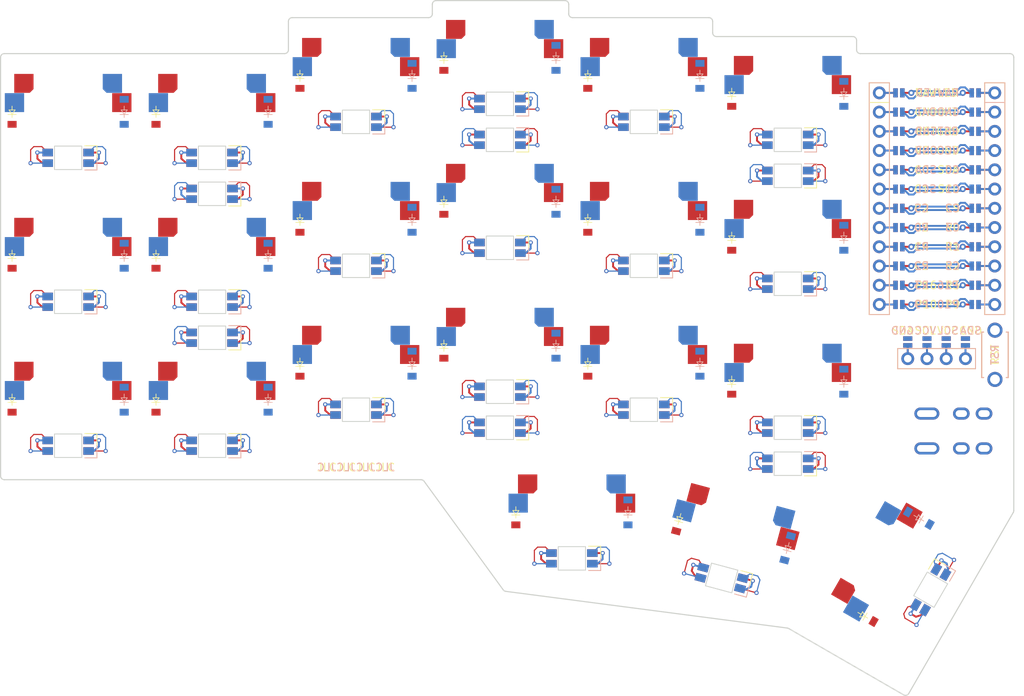
<source format=kicad_pcb>


(kicad_pcb
  (version 20240108)
  (generator "ergogen")
  (generator_version "4.1.0")
  (general
    (thickness 1.6)
    (legacy_teardrops no)
  )
  (paper "A3")
  (title_block
    (title "corney_island")
    (date "2024-11-14")
    (rev "0.2")
    (company "ceoloide")
  )

  (layers
    (0 "F.Cu" signal)
    (31 "B.Cu" signal)
    (32 "B.Adhes" user "B.Adhesive")
    (33 "F.Adhes" user "F.Adhesive")
    (34 "B.Paste" user)
    (35 "F.Paste" user)
    (36 "B.SilkS" user "B.Silkscreen")
    (37 "F.SilkS" user "F.Silkscreen")
    (38 "B.Mask" user)
    (39 "F.Mask" user)
    (40 "Dwgs.User" user "User.Drawings")
    (41 "Cmts.User" user "User.Comments")
    (42 "Eco1.User" user "User.Eco1")
    (43 "Eco2.User" user "User.Eco2")
    (44 "Edge.Cuts" user)
    (45 "Margin" user)
    (46 "B.CrtYd" user "B.Courtyard")
    (47 "F.CrtYd" user "F.Courtyard")
    (48 "B.Fab" user)
    (49 "F.Fab" user)
  )

  (setup
    (pad_to_mask_clearance 0.05)
    (allow_soldermask_bridges_in_footprints no)
    (pcbplotparams
      (layerselection 0x00010fc_ffffffff)
      (plot_on_all_layers_selection 0x0000000_00000000)
      (disableapertmacros no)
      (usegerberextensions no)
      (usegerberattributes yes)
      (usegerberadvancedattributes yes)
      (creategerberjobfile yes)
      (dashed_line_dash_ratio 12.000000)
      (dashed_line_gap_ratio 3.000000)
      (svgprecision 4)
      (plotframeref no)
      (viasonmask no)
      (mode 1)
      (useauxorigin no)
      (hpglpennumber 1)
      (hpglpenspeed 20)
      (hpglpendiameter 15.000000)
      (pdf_front_fp_property_popups yes)
      (pdf_back_fp_property_popups yes)
      (dxfpolygonmode yes)
      (dxfimperialunits yes)
      (dxfusepcbnewfont yes)
      (psnegative no)
      (psa4output no)
      (plotreference yes)
      (plotvalue yes)
      (plotfptext yes)
      (plotinvisibletext no)
      (sketchpadsonfab no)
      (subtractmaskfromsilk no)
      (outputformat 1)
      (mirror no)
      (drillshape 1)
      (scaleselection 1)
      (outputdirectory "")
    )
  )

  (net 0 "")
(net 1 "C0")
(net 2 "outer_bottom_B")
(net 3 "outer_home_B")
(net 4 "outer_top_B")
(net 5 "C1")
(net 6 "pinky_bottom_B")
(net 7 "pinky_home_B")
(net 8 "pinky_top_B")
(net 9 "C2")
(net 10 "ring_bottom_B")
(net 11 "ring_home_B")
(net 12 "ring_top_B")
(net 13 "C3")
(net 14 "middle_bottom_B")
(net 15 "middle_home_B")
(net 16 "middle_top_B")
(net 17 "C4")
(net 18 "index_bottom_B")
(net 19 "index_home_B")
(net 20 "index_top_B")
(net 21 "C5")
(net 22 "inner_bottom_B")
(net 23 "inner_home_B")
(net 24 "inner_top_B")
(net 25 "near_home_B")
(net 26 "mid_home_B")
(net 27 "far_home_B")
(net 28 "R2")
(net 29 "R1")
(net 30 "R0")
(net 31 "R3")
(net 32 "outer_bottom_F")
(net 33 "outer_home_F")
(net 34 "outer_top_F")
(net 35 "pinky_bottom_F")
(net 36 "pinky_home_F")
(net 37 "pinky_top_F")
(net 38 "ring_bottom_F")
(net 39 "ring_home_F")
(net 40 "ring_top_F")
(net 41 "middle_bottom_F")
(net 42 "middle_home_F")
(net 43 "middle_top_F")
(net 44 "index_bottom_F")
(net 45 "index_home_F")
(net 46 "index_top_F")
(net 47 "inner_bottom_F")
(net 48 "inner_home_F")
(net 49 "inner_top_F")
(net 50 "near_home_F")
(net 51 "mid_home_F")
(net 52 "far_home_F")
(net 53 "RAW")
(net 54 "GND")
(net 55 "RST")
(net 56 "VCC")
(net 57 "P16")
(net 58 "P10")
(net 59 "LED")
(net 60 "DAT")
(net 61 "SDA")
(net 62 "SCL")
(net 63 "CS")
(net 64 "P9")
(net 65 "P101")
(net 66 "P102")
(net 67 "P107")
(net 68 "MCU1_24")
(net 69 "MCU1_1")
(net 70 "MCU1_23")
(net 71 "MCU1_2")
(net 72 "MCU1_22")
(net 73 "MCU1_3")
(net 74 "MCU1_21")
(net 75 "MCU1_4")
(net 76 "MCU1_20")
(net 77 "MCU1_5")
(net 78 "MCU1_19")
(net 79 "MCU1_6")
(net 80 "MCU1_18")
(net 81 "MCU1_7")
(net 82 "MCU1_17")
(net 83 "MCU1_8")
(net 84 "MCU1_16")
(net 85 "MCU1_9")
(net 86 "MCU1_15")
(net 87 "MCU1_10")
(net 88 "MCU1_14")
(net 89 "MCU1_11")
(net 90 "MCU1_13")
(net 91 "MCU1_12")
(net 92 "DISP1_1")
(net 93 "DISP1_2")
(net 94 "DISP1_3")
(net 95 "DISP1_4")
(net 96 "LED_21")
(net 97 "LED_20")
(net 98 "LED_19")
(net 99 "LED_18")
(net 100 "LED_16")
(net 101 "LED_15")
(net 102 "LED_17")
(net 103 "LED_14")
(net 104 "LED_13")
(net 105 "LED_12")
(net 106 "LED_10")
(net 107 "LED_9")
(net 108 "LED_11")
(net 109 "LED_7")
(net 110 "LED_6")
(net 111 "LED_5")
(net 112 "LED_4")
(net 113 "LED_2")
(net 114 "LED_1")
(net 115 "LED_3")
(net 116 "LED_8")
(net 117 "ULED_6")
(net 118 "ULED_1")
(net 119 "ULED_2")
(net 120 "ULED_3")
(net 121 "ULED_4")
(net 122 "ULED_5")

  
  (footprint "ceoloide:mounting_hole_npth" (layer "F.Cu") (at 207.762 100.476 0))
  

  (footprint "ceoloide:mounting_hole_npth" (layer "F.Cu") (at 222.194 108.995 0))
  

  (footprint "ceoloide:mounting_hole_npth" (layer "F.Cu") (at 109.5 71.5 0))
  

  (footprint "ceoloide:mounting_hole_npth" (layer "F.Cu") (at 109.5 90.5 0))
  

  (footprint "ceoloide:mounting_hole_npth" (layer "F.Cu") (at 185.468 67.986 0))
  

  (footprint "ceoloide:mounting_hole_npth" (layer "F.Cu") (at 152.657 107.74 0))
  

  (footprint "ceoloide:mounting_hole_npth" (layer "F.Cu") (at 199.2410516 115.3236576 60))
  

  (footprint "ceoloide:switch_mx" (layer "B.Cu") (at 100 100 0))
    

  (footprint "ceoloide:switch_mx" (layer "B.Cu") (at 100 81 0))
    

  (footprint "ceoloide:switch_mx" (layer "B.Cu") (at 100 62 0))
    

  (footprint "ceoloide:switch_mx" (layer "B.Cu") (at 119 100 0))
    

  (footprint "ceoloide:switch_mx" (layer "B.Cu") (at 119 81 0))
    

  (footprint "ceoloide:switch_mx" (layer "B.Cu") (at 119 62 0))
    

  (footprint "ceoloide:switch_mx" (layer "B.Cu") (at 138 95.25 0))
    

  (footprint "ceoloide:switch_mx" (layer "B.Cu") (at 138 76.25 0))
    

  (footprint "ceoloide:switch_mx" (layer "B.Cu") (at 138 57.25 0))
    

  (footprint "ceoloide:switch_mx" (layer "B.Cu") (at 157 92.875 0))
    

  (footprint "ceoloide:switch_mx" (layer "B.Cu") (at 157 73.875 0))
    

  (footprint "ceoloide:switch_mx" (layer "B.Cu") (at 157 54.875 0))
    

  (footprint "ceoloide:switch_mx" (layer "B.Cu") (at 176 95.25 0))
    

  (footprint "ceoloide:switch_mx" (layer "B.Cu") (at 176 76.25 0))
    

  (footprint "ceoloide:switch_mx" (layer "B.Cu") (at 176 57.25 0))
    

  (footprint "ceoloide:switch_mx" (layer "B.Cu") (at 195 97.625 0))
    

  (footprint "ceoloide:switch_mx" (layer "B.Cu") (at 195 78.625 0))
    

  (footprint "ceoloide:switch_mx" (layer "B.Cu") (at 195 59.625 0))
    

  (footprint "ceoloide:switch_mx" (layer "B.Cu") (at 166.5 114.875 0))
    

  (footprint "ceoloide:switch_mx" (layer "B.Cu") (at 187.5 117.625 -15))
    

  (footprint "ceoloide:switch_mx" (layer "B.Cu") (at 209.7468058 121.3891576 60))
    

    (footprint "ceoloide:diode_tht_sod123" (layer "B.Cu") (at 107.4 98.675 90))
        

    (footprint "ceoloide:diode_tht_sod123" (layer "B.Cu") (at 107.4 79.675 90))
        

    (footprint "ceoloide:diode_tht_sod123" (layer "B.Cu") (at 107.4 60.675 90))
        

    (footprint "ceoloide:diode_tht_sod123" (layer "B.Cu") (at 126.4 98.675 90))
        

    (footprint "ceoloide:diode_tht_sod123" (layer "B.Cu") (at 126.4 79.675 90))
        

    (footprint "ceoloide:diode_tht_sod123" (layer "B.Cu") (at 126.4 60.675 90))
        

    (footprint "ceoloide:diode_tht_sod123" (layer "B.Cu") (at 145.4 93.925 90))
        

    (footprint "ceoloide:diode_tht_sod123" (layer "B.Cu") (at 145.4 74.925 90))
        

    (footprint "ceoloide:diode_tht_sod123" (layer "B.Cu") (at 145.4 55.925 90))
        

    (footprint "ceoloide:diode_tht_sod123" (layer "B.Cu") (at 164.4 91.55 90))
        

    (footprint "ceoloide:diode_tht_sod123" (layer "B.Cu") (at 164.4 72.55 90))
        

    (footprint "ceoloide:diode_tht_sod123" (layer "B.Cu") (at 164.4 53.55 90))
        

    (footprint "ceoloide:diode_tht_sod123" (layer "B.Cu") (at 183.4 93.925 90))
        

    (footprint "ceoloide:diode_tht_sod123" (layer "B.Cu") (at 183.4 74.925 90))
        

    (footprint "ceoloide:diode_tht_sod123" (layer "B.Cu") (at 183.4 55.925 90))
        

    (footprint "ceoloide:diode_tht_sod123" (layer "B.Cu") (at 202.4 96.3 90))
        

    (footprint "ceoloide:diode_tht_sod123" (layer "B.Cu") (at 202.4 77.3 90))
        

    (footprint "ceoloide:diode_tht_sod123" (layer "B.Cu") (at 202.4 58.3 90))
        

    (footprint "ceoloide:diode_tht_sod123" (layer "B.Cu") (at 173.9 113.55 90))
        

    (footprint "ceoloide:diode_tht_sod123" (layer "B.Cu") (at 194.9907863 118.2604092 75))
        

    (footprint "ceoloide:diode_tht_sod123" (layer "B.Cu") (at 212.2993221 114.3180696 150))
        

  (footprint "ceoloide:switch_mx" (layer "F.Cu") (at 100 100 0))
    

  (footprint "ceoloide:switch_mx" (layer "F.Cu") (at 100 81 0))
    

  (footprint "ceoloide:switch_mx" (layer "F.Cu") (at 100 62 0))
    

  (footprint "ceoloide:switch_mx" (layer "F.Cu") (at 119 100 0))
    

  (footprint "ceoloide:switch_mx" (layer "F.Cu") (at 119 81 0))
    

  (footprint "ceoloide:switch_mx" (layer "F.Cu") (at 119 62 0))
    

  (footprint "ceoloide:switch_mx" (layer "F.Cu") (at 138 95.25 0))
    

  (footprint "ceoloide:switch_mx" (layer "F.Cu") (at 138 76.25 0))
    

  (footprint "ceoloide:switch_mx" (layer "F.Cu") (at 138 57.25 0))
    

  (footprint "ceoloide:switch_mx" (layer "F.Cu") (at 157 92.875 0))
    

  (footprint "ceoloide:switch_mx" (layer "F.Cu") (at 157 73.875 0))
    

  (footprint "ceoloide:switch_mx" (layer "F.Cu") (at 157 54.875 0))
    

  (footprint "ceoloide:switch_mx" (layer "F.Cu") (at 176 95.25 0))
    

  (footprint "ceoloide:switch_mx" (layer "F.Cu") (at 176 76.25 0))
    

  (footprint "ceoloide:switch_mx" (layer "F.Cu") (at 176 57.25 0))
    

  (footprint "ceoloide:switch_mx" (layer "F.Cu") (at 195 97.625 0))
    

  (footprint "ceoloide:switch_mx" (layer "F.Cu") (at 195 78.625 0))
    

  (footprint "ceoloide:switch_mx" (layer "F.Cu") (at 195 59.625 0))
    

  (footprint "ceoloide:switch_mx" (layer "F.Cu") (at 166.5 114.875 0))
    

  (footprint "ceoloide:switch_mx" (layer "F.Cu") (at 187.5 117.625 -15))
    

  (footprint "ceoloide:switch_mx" (layer "F.Cu") (at 209.7468058 121.3891576 60))
    

    (footprint "ceoloide:diode_tht_sod123" (layer "F.Cu") (at 92.6 98.675 90))
        

    (footprint "ceoloide:diode_tht_sod123" (layer "F.Cu") (at 92.6 79.675 90))
        

    (footprint "ceoloide:diode_tht_sod123" (layer "F.Cu") (at 92.6 60.675 90))
        

    (footprint "ceoloide:diode_tht_sod123" (layer "F.Cu") (at 111.6 98.675 90))
        

    (footprint "ceoloide:diode_tht_sod123" (layer "F.Cu") (at 111.6 79.675 90))
        

    (footprint "ceoloide:diode_tht_sod123" (layer "F.Cu") (at 111.6 60.675 90))
        

    (footprint "ceoloide:diode_tht_sod123" (layer "F.Cu") (at 130.6 93.925 90))
        

    (footprint "ceoloide:diode_tht_sod123" (layer "F.Cu") (at 130.6 74.925 90))
        

    (footprint "ceoloide:diode_tht_sod123" (layer "F.Cu") (at 130.6 55.925 90))
        

    (footprint "ceoloide:diode_tht_sod123" (layer "F.Cu") (at 149.6 91.55 90))
        

    (footprint "ceoloide:diode_tht_sod123" (layer "F.Cu") (at 149.6 72.55 90))
        

    (footprint "ceoloide:diode_tht_sod123" (layer "F.Cu") (at 149.6 53.55 90))
        

    (footprint "ceoloide:diode_tht_sod123" (layer "F.Cu") (at 168.6 93.925 90))
        

    (footprint "ceoloide:diode_tht_sod123" (layer "F.Cu") (at 168.6 74.925 90))
        

    (footprint "ceoloide:diode_tht_sod123" (layer "F.Cu") (at 168.6 55.925 90))
        

    (footprint "ceoloide:diode_tht_sod123" (layer "F.Cu") (at 187.6 96.3 90))
        

    (footprint "ceoloide:diode_tht_sod123" (layer "F.Cu") (at 187.6 77.3 90))
        

    (footprint "ceoloide:diode_tht_sod123" (layer "F.Cu") (at 187.6 58.3 90))
        

    (footprint "ceoloide:diode_tht_sod123" (layer "F.Cu") (at 159.1 113.55 90))
        

    (footprint "ceoloide:diode_tht_sod123" (layer "F.Cu") (at 180.6950841 114.4298873 75))
        

    (footprint "ceoloide:diode_tht_sod123" (layer "F.Cu") (at 204.8993221 127.1352456 150))
        

    
    
  (footprint "ceoloide:mcu_nice_nano" (layer "F.Cu") (at 214.704 70.87 0))

  
  
  (segment (start 219.28400000000002 58.17) (end 218.104 58.17) (width 0.25) (layer "F.Cu"))
  (segment (start 210.124 58.17) (end 211.304 58.17) (width 0.25) (layer "F.Cu"))

  (segment (start 207.084 58.17) (end 209.204 58.17) (width 0.25) (layer "F.Cu"))
  (segment (start 207.084 58.17) (end 209.204 58.17) (width 0.25) (layer "B.Cu"))
  (segment (start 220.204 58.17) (end 222.324 58.17) (width 0.25) (layer "F.Cu"))
  (segment (start 222.324 58.17) (end 220.204 58.17) (width 0.25) (layer "B.Cu"))

  (segment (start 212.09930500000002 58.400000000000006) (end 217.874 58.400000000000006) (width 0.25) (layer "B.Cu"))
  (segment (start 209.929 58.17) (end 210.278695 58.17) (width 0.25) (layer "B.Cu"))
  (segment (start 211.003695 58.895) (end 211.604305 58.895) (width 0.25) (layer "B.Cu"))
  (segment (start 210.278695 58.17) (end 211.003695 58.895) (width 0.25) (layer "B.Cu"))
  (segment (start 211.604305 58.895) (end 212.09930500000002 58.400000000000006) (width 0.25) (layer "B.Cu"))

  (segment (start 219.479 58.17) (end 219.12930500000002 58.17) (width 0.25) (layer "B.Cu"))
  (segment (start 217.298695 57.95) (end 211.524 57.95) (width 0.25) (layer "B.Cu"))
  (segment (start 219.12930500000002 58.17) (end 218.40430500000002 57.44500000000001) (width 0.25) (layer "B.Cu"))
  (segment (start 218.40430500000002 57.44500000000001) (end 217.803695 57.44500000000001) (width 0.25) (layer "B.Cu"))
  (segment (start 217.803695 57.44500000000001) (end 217.298695 57.95) (width 0.25) (layer "B.Cu"))
        
  (segment (start 219.28400000000002 60.71000000000001) (end 218.104 60.71000000000001) (width 0.25) (layer "F.Cu"))
  (segment (start 210.124 60.71000000000001) (end 211.304 60.71000000000001) (width 0.25) (layer "F.Cu"))

  (segment (start 207.084 60.71000000000001) (end 209.204 60.71000000000001) (width 0.25) (layer "F.Cu"))
  (segment (start 207.084 60.71000000000001) (end 209.204 60.71000000000001) (width 0.25) (layer "B.Cu"))
  (segment (start 220.204 60.71000000000001) (end 222.324 60.71000000000001) (width 0.25) (layer "F.Cu"))
  (segment (start 222.324 60.71000000000001) (end 220.204 60.71000000000001) (width 0.25) (layer "B.Cu"))

  (segment (start 212.09930500000002 60.940000000000005) (end 217.874 60.940000000000005) (width 0.25) (layer "B.Cu"))
  (segment (start 209.929 60.71000000000001) (end 210.278695 60.71000000000001) (width 0.25) (layer "B.Cu"))
  (segment (start 211.003695 61.435) (end 211.604305 61.435) (width 0.25) (layer "B.Cu"))
  (segment (start 210.278695 60.71000000000001) (end 211.003695 61.435) (width 0.25) (layer "B.Cu"))
  (segment (start 211.604305 61.435) (end 212.09930500000002 60.940000000000005) (width 0.25) (layer "B.Cu"))

  (segment (start 219.479 60.71000000000001) (end 219.12930500000002 60.71000000000001) (width 0.25) (layer "B.Cu"))
  (segment (start 217.298695 60.49) (end 211.524 60.49) (width 0.25) (layer "B.Cu"))
  (segment (start 219.12930500000002 60.71000000000001) (end 218.40430500000002 59.98500000000001) (width 0.25) (layer "B.Cu"))
  (segment (start 218.40430500000002 59.98500000000001) (end 217.803695 59.98500000000001) (width 0.25) (layer "B.Cu"))
  (segment (start 217.803695 59.98500000000001) (end 217.298695 60.49) (width 0.25) (layer "B.Cu"))
        
  (segment (start 219.28400000000002 63.25000000000001) (end 218.104 63.25000000000001) (width 0.25) (layer "F.Cu"))
  (segment (start 210.124 63.25000000000001) (end 211.304 63.25000000000001) (width 0.25) (layer "F.Cu"))

  (segment (start 207.084 63.25000000000001) (end 209.204 63.25000000000001) (width 0.25) (layer "F.Cu"))
  (segment (start 207.084 63.25000000000001) (end 209.204 63.25000000000001) (width 0.25) (layer "B.Cu"))
  (segment (start 220.204 63.25000000000001) (end 222.324 63.25000000000001) (width 0.25) (layer "F.Cu"))
  (segment (start 222.324 63.25000000000001) (end 220.204 63.25000000000001) (width 0.25) (layer "B.Cu"))

  (segment (start 212.09930500000002 63.480000000000004) (end 217.874 63.480000000000004) (width 0.25) (layer "B.Cu"))
  (segment (start 209.929 63.25000000000001) (end 210.278695 63.25000000000001) (width 0.25) (layer "B.Cu"))
  (segment (start 211.003695 63.97500000000001) (end 211.604305 63.97500000000001) (width 0.25) (layer "B.Cu"))
  (segment (start 210.278695 63.25000000000001) (end 211.003695 63.97500000000001) (width 0.25) (layer "B.Cu"))
  (segment (start 211.604305 63.97500000000001) (end 212.09930500000002 63.480000000000004) (width 0.25) (layer "B.Cu"))

  (segment (start 219.479 63.25000000000001) (end 219.12930500000002 63.25000000000001) (width 0.25) (layer "B.Cu"))
  (segment (start 217.298695 63.03) (end 211.524 63.03) (width 0.25) (layer "B.Cu"))
  (segment (start 219.12930500000002 63.25000000000001) (end 218.40430500000002 62.525000000000006) (width 0.25) (layer "B.Cu"))
  (segment (start 218.40430500000002 62.525000000000006) (end 217.803695 62.525000000000006) (width 0.25) (layer "B.Cu"))
  (segment (start 217.803695 62.525000000000006) (end 217.298695 63.03) (width 0.25) (layer "B.Cu"))
        
  (segment (start 219.28400000000002 65.79) (end 218.104 65.79) (width 0.25) (layer "F.Cu"))
  (segment (start 210.124 65.79) (end 211.304 65.79) (width 0.25) (layer "F.Cu"))

  (segment (start 207.084 65.79) (end 209.204 65.79) (width 0.25) (layer "F.Cu"))
  (segment (start 207.084 65.79) (end 209.204 65.79) (width 0.25) (layer "B.Cu"))
  (segment (start 220.204 65.79) (end 222.324 65.79) (width 0.25) (layer "F.Cu"))
  (segment (start 222.324 65.79) (end 220.204 65.79) (width 0.25) (layer "B.Cu"))

  (segment (start 212.09930500000002 66.02000000000001) (end 217.874 66.02000000000001) (width 0.25) (layer "B.Cu"))
  (segment (start 209.929 65.79) (end 210.278695 65.79) (width 0.25) (layer "B.Cu"))
  (segment (start 211.003695 66.515) (end 211.604305 66.515) (width 0.25) (layer "B.Cu"))
  (segment (start 210.278695 65.79) (end 211.003695 66.515) (width 0.25) (layer "B.Cu"))
  (segment (start 211.604305 66.515) (end 212.09930500000002 66.02000000000001) (width 0.25) (layer "B.Cu"))

  (segment (start 219.479 65.79) (end 219.12930500000002 65.79) (width 0.25) (layer "B.Cu"))
  (segment (start 217.298695 65.57000000000001) (end 211.524 65.57000000000001) (width 0.25) (layer "B.Cu"))
  (segment (start 219.12930500000002 65.79) (end 218.40430500000002 65.065) (width 0.25) (layer "B.Cu"))
  (segment (start 218.40430500000002 65.065) (end 217.803695 65.065) (width 0.25) (layer "B.Cu"))
  (segment (start 217.803695 65.065) (end 217.298695 65.57000000000001) (width 0.25) (layer "B.Cu"))
        
  (segment (start 219.28400000000002 68.33) (end 218.104 68.33) (width 0.25) (layer "F.Cu"))
  (segment (start 210.124 68.33) (end 211.304 68.33) (width 0.25) (layer "F.Cu"))

  (segment (start 207.084 68.33) (end 209.204 68.33) (width 0.25) (layer "F.Cu"))
  (segment (start 207.084 68.33) (end 209.204 68.33) (width 0.25) (layer "B.Cu"))
  (segment (start 220.204 68.33) (end 222.324 68.33) (width 0.25) (layer "F.Cu"))
  (segment (start 222.324 68.33) (end 220.204 68.33) (width 0.25) (layer "B.Cu"))

  (segment (start 212.09930500000002 68.56) (end 217.874 68.56) (width 0.25) (layer "B.Cu"))
  (segment (start 209.929 68.33) (end 210.278695 68.33) (width 0.25) (layer "B.Cu"))
  (segment (start 211.003695 69.055) (end 211.604305 69.055) (width 0.25) (layer "B.Cu"))
  (segment (start 210.278695 68.33) (end 211.003695 69.055) (width 0.25) (layer "B.Cu"))
  (segment (start 211.604305 69.055) (end 212.09930500000002 68.56) (width 0.25) (layer "B.Cu"))

  (segment (start 219.479 68.33) (end 219.12930500000002 68.33) (width 0.25) (layer "B.Cu"))
  (segment (start 217.298695 68.11) (end 211.524 68.11) (width 0.25) (layer "B.Cu"))
  (segment (start 219.12930500000002 68.33) (end 218.40430500000002 67.605) (width 0.25) (layer "B.Cu"))
  (segment (start 218.40430500000002 67.605) (end 217.803695 67.605) (width 0.25) (layer "B.Cu"))
  (segment (start 217.803695 67.605) (end 217.298695 68.11) (width 0.25) (layer "B.Cu"))
        
  (segment (start 219.28400000000002 70.87) (end 218.104 70.87) (width 0.25) (layer "F.Cu"))
  (segment (start 210.124 70.87) (end 211.304 70.87) (width 0.25) (layer "F.Cu"))

  (segment (start 207.084 70.87) (end 209.204 70.87) (width 0.25) (layer "F.Cu"))
  (segment (start 207.084 70.87) (end 209.204 70.87) (width 0.25) (layer "B.Cu"))
  (segment (start 220.204 70.87) (end 222.324 70.87) (width 0.25) (layer "F.Cu"))
  (segment (start 222.324 70.87) (end 220.204 70.87) (width 0.25) (layer "B.Cu"))

  (segment (start 212.09930500000002 71.10000000000001) (end 217.874 71.10000000000001) (width 0.25) (layer "B.Cu"))
  (segment (start 209.929 70.87) (end 210.278695 70.87) (width 0.25) (layer "B.Cu"))
  (segment (start 211.003695 71.595) (end 211.604305 71.595) (width 0.25) (layer "B.Cu"))
  (segment (start 210.278695 70.87) (end 211.003695 71.595) (width 0.25) (layer "B.Cu"))
  (segment (start 211.604305 71.595) (end 212.09930500000002 71.10000000000001) (width 0.25) (layer "B.Cu"))

  (segment (start 219.479 70.87) (end 219.12930500000002 70.87) (width 0.25) (layer "B.Cu"))
  (segment (start 217.298695 70.65) (end 211.524 70.65) (width 0.25) (layer "B.Cu"))
  (segment (start 219.12930500000002 70.87) (end 218.40430500000002 70.14500000000001) (width 0.25) (layer "B.Cu"))
  (segment (start 218.40430500000002 70.14500000000001) (end 217.803695 70.14500000000001) (width 0.25) (layer "B.Cu"))
  (segment (start 217.803695 70.14500000000001) (end 217.298695 70.65) (width 0.25) (layer "B.Cu"))
        
  (segment (start 219.28400000000002 73.41000000000001) (end 218.104 73.41000000000001) (width 0.25) (layer "F.Cu"))
  (segment (start 210.124 73.41000000000001) (end 211.304 73.41000000000001) (width 0.25) (layer "F.Cu"))

  (segment (start 207.084 73.41000000000001) (end 209.204 73.41000000000001) (width 0.25) (layer "F.Cu"))
  (segment (start 207.084 73.41000000000001) (end 209.204 73.41000000000001) (width 0.25) (layer "B.Cu"))
  (segment (start 220.204 73.41000000000001) (end 222.324 73.41000000000001) (width 0.25) (layer "F.Cu"))
  (segment (start 222.324 73.41000000000001) (end 220.204 73.41000000000001) (width 0.25) (layer "B.Cu"))

  (segment (start 212.09930500000002 73.64) (end 217.874 73.64) (width 0.25) (layer "B.Cu"))
  (segment (start 209.929 73.41000000000001) (end 210.278695 73.41000000000001) (width 0.25) (layer "B.Cu"))
  (segment (start 211.003695 74.135) (end 211.604305 74.135) (width 0.25) (layer "B.Cu"))
  (segment (start 210.278695 73.41000000000001) (end 211.003695 74.135) (width 0.25) (layer "B.Cu"))
  (segment (start 211.604305 74.135) (end 212.09930500000002 73.64) (width 0.25) (layer "B.Cu"))

  (segment (start 219.479 73.41000000000001) (end 219.12930500000002 73.41000000000001) (width 0.25) (layer "B.Cu"))
  (segment (start 217.298695 73.19) (end 211.524 73.19) (width 0.25) (layer "B.Cu"))
  (segment (start 219.12930500000002 73.41000000000001) (end 218.40430500000002 72.685) (width 0.25) (layer "B.Cu"))
  (segment (start 218.40430500000002 72.685) (end 217.803695 72.685) (width 0.25) (layer "B.Cu"))
  (segment (start 217.803695 72.685) (end 217.298695 73.19) (width 0.25) (layer "B.Cu"))
        
  (segment (start 219.28400000000002 75.95) (end 218.104 75.95) (width 0.25) (layer "F.Cu"))
  (segment (start 210.124 75.95) (end 211.304 75.95) (width 0.25) (layer "F.Cu"))

  (segment (start 207.084 75.95) (end 209.204 75.95) (width 0.25) (layer "F.Cu"))
  (segment (start 207.084 75.95) (end 209.204 75.95) (width 0.25) (layer "B.Cu"))
  (segment (start 220.204 75.95) (end 222.324 75.95) (width 0.25) (layer "F.Cu"))
  (segment (start 222.324 75.95) (end 220.204 75.95) (width 0.25) (layer "B.Cu"))

  (segment (start 212.09930500000002 76.18) (end 217.874 76.18) (width 0.25) (layer "B.Cu"))
  (segment (start 209.929 75.95) (end 210.278695 75.95) (width 0.25) (layer "B.Cu"))
  (segment (start 211.003695 76.67500000000001) (end 211.604305 76.67500000000001) (width 0.25) (layer "B.Cu"))
  (segment (start 210.278695 75.95) (end 211.003695 76.67500000000001) (width 0.25) (layer "B.Cu"))
  (segment (start 211.604305 76.67500000000001) (end 212.09930500000002 76.18) (width 0.25) (layer "B.Cu"))

  (segment (start 219.479 75.95) (end 219.12930500000002 75.95) (width 0.25) (layer "B.Cu"))
  (segment (start 217.298695 75.73) (end 211.524 75.73) (width 0.25) (layer "B.Cu"))
  (segment (start 219.12930500000002 75.95) (end 218.40430500000002 75.22500000000001) (width 0.25) (layer "B.Cu"))
  (segment (start 218.40430500000002 75.22500000000001) (end 217.803695 75.22500000000001) (width 0.25) (layer "B.Cu"))
  (segment (start 217.803695 75.22500000000001) (end 217.298695 75.73) (width 0.25) (layer "B.Cu"))
        
  (segment (start 219.28400000000002 78.49000000000001) (end 218.104 78.49000000000001) (width 0.25) (layer "F.Cu"))
  (segment (start 210.124 78.49000000000001) (end 211.304 78.49000000000001) (width 0.25) (layer "F.Cu"))

  (segment (start 207.084 78.49000000000001) (end 209.204 78.49000000000001) (width 0.25) (layer "F.Cu"))
  (segment (start 207.084 78.49000000000001) (end 209.204 78.49000000000001) (width 0.25) (layer "B.Cu"))
  (segment (start 220.204 78.49000000000001) (end 222.324 78.49000000000001) (width 0.25) (layer "F.Cu"))
  (segment (start 222.324 78.49000000000001) (end 220.204 78.49000000000001) (width 0.25) (layer "B.Cu"))

  (segment (start 212.09930500000002 78.72) (end 217.874 78.72) (width 0.25) (layer "B.Cu"))
  (segment (start 209.929 78.49000000000001) (end 210.278695 78.49000000000001) (width 0.25) (layer "B.Cu"))
  (segment (start 211.003695 79.215) (end 211.604305 79.215) (width 0.25) (layer "B.Cu"))
  (segment (start 210.278695 78.49000000000001) (end 211.003695 79.215) (width 0.25) (layer "B.Cu"))
  (segment (start 211.604305 79.215) (end 212.09930500000002 78.72) (width 0.25) (layer "B.Cu"))

  (segment (start 219.479 78.49000000000001) (end 219.12930500000002 78.49000000000001) (width 0.25) (layer "B.Cu"))
  (segment (start 217.298695 78.27000000000001) (end 211.524 78.27000000000001) (width 0.25) (layer "B.Cu"))
  (segment (start 219.12930500000002 78.49000000000001) (end 218.40430500000002 77.765) (width 0.25) (layer "B.Cu"))
  (segment (start 218.40430500000002 77.765) (end 217.803695 77.765) (width 0.25) (layer "B.Cu"))
  (segment (start 217.803695 77.765) (end 217.298695 78.27000000000001) (width 0.25) (layer "B.Cu"))
        
  (segment (start 219.28400000000002 81.03) (end 218.104 81.03) (width 0.25) (layer "F.Cu"))
  (segment (start 210.124 81.03) (end 211.304 81.03) (width 0.25) (layer "F.Cu"))

  (segment (start 207.084 81.03) (end 209.204 81.03) (width 0.25) (layer "F.Cu"))
  (segment (start 207.084 81.03) (end 209.204 81.03) (width 0.25) (layer "B.Cu"))
  (segment (start 220.204 81.03) (end 222.324 81.03) (width 0.25) (layer "F.Cu"))
  (segment (start 222.324 81.03) (end 220.204 81.03) (width 0.25) (layer "B.Cu"))

  (segment (start 212.09930500000002 81.26) (end 217.874 81.26) (width 0.25) (layer "B.Cu"))
  (segment (start 209.929 81.03) (end 210.278695 81.03) (width 0.25) (layer "B.Cu"))
  (segment (start 211.003695 81.75500000000001) (end 211.604305 81.75500000000001) (width 0.25) (layer "B.Cu"))
  (segment (start 210.278695 81.03) (end 211.003695 81.75500000000001) (width 0.25) (layer "B.Cu"))
  (segment (start 211.604305 81.75500000000001) (end 212.09930500000002 81.26) (width 0.25) (layer "B.Cu"))

  (segment (start 219.479 81.03) (end 219.12930500000002 81.03) (width 0.25) (layer "B.Cu"))
  (segment (start 217.298695 80.81) (end 211.524 80.81) (width 0.25) (layer "B.Cu"))
  (segment (start 219.12930500000002 81.03) (end 218.40430500000002 80.305) (width 0.25) (layer "B.Cu"))
  (segment (start 218.40430500000002 80.305) (end 217.803695 80.305) (width 0.25) (layer "B.Cu"))
  (segment (start 217.803695 80.305) (end 217.298695 80.81) (width 0.25) (layer "B.Cu"))
        
  (segment (start 219.28400000000002 83.57000000000001) (end 218.104 83.57000000000001) (width 0.25) (layer "F.Cu"))
  (segment (start 210.124 83.57000000000001) (end 211.304 83.57000000000001) (width 0.25) (layer "F.Cu"))

  (segment (start 207.084 83.57000000000001) (end 209.204 83.57000000000001) (width 0.25) (layer "F.Cu"))
  (segment (start 207.084 83.57000000000001) (end 209.204 83.57000000000001) (width 0.25) (layer "B.Cu"))
  (segment (start 220.204 83.57000000000001) (end 222.324 83.57000000000001) (width 0.25) (layer "F.Cu"))
  (segment (start 222.324 83.57000000000001) (end 220.204 83.57000000000001) (width 0.25) (layer "B.Cu"))

  (segment (start 212.09930500000002 83.80000000000001) (end 217.874 83.80000000000001) (width 0.25) (layer "B.Cu"))
  (segment (start 209.929 83.57000000000001) (end 210.278695 83.57000000000001) (width 0.25) (layer "B.Cu"))
  (segment (start 211.003695 84.295) (end 211.604305 84.295) (width 0.25) (layer "B.Cu"))
  (segment (start 210.278695 83.57000000000001) (end 211.003695 84.295) (width 0.25) (layer "B.Cu"))
  (segment (start 211.604305 84.295) (end 212.09930500000002 83.80000000000001) (width 0.25) (layer "B.Cu"))

  (segment (start 219.479 83.57000000000001) (end 219.12930500000002 83.57000000000001) (width 0.25) (layer "B.Cu"))
  (segment (start 217.298695 83.35000000000001) (end 211.524 83.35000000000001) (width 0.25) (layer "B.Cu"))
  (segment (start 219.12930500000002 83.57000000000001) (end 218.40430500000002 82.845) (width 0.25) (layer "B.Cu"))
  (segment (start 218.40430500000002 82.845) (end 217.803695 82.845) (width 0.25) (layer "B.Cu"))
  (segment (start 217.803695 82.845) (end 217.298695 83.35000000000001) (width 0.25) (layer "B.Cu"))
        
  (segment (start 219.28400000000002 86.11) (end 218.104 86.11) (width 0.25) (layer "F.Cu"))
  (segment (start 210.124 86.11) (end 211.304 86.11) (width 0.25) (layer "F.Cu"))

  (segment (start 207.084 86.11) (end 209.204 86.11) (width 0.25) (layer "F.Cu"))
  (segment (start 207.084 86.11) (end 209.204 86.11) (width 0.25) (layer "B.Cu"))
  (segment (start 220.204 86.11) (end 222.324 86.11) (width 0.25) (layer "F.Cu"))
  (segment (start 222.324 86.11) (end 220.204 86.11) (width 0.25) (layer "B.Cu"))

  (segment (start 212.09930500000002 86.34) (end 217.874 86.34) (width 0.25) (layer "B.Cu"))
  (segment (start 209.929 86.11) (end 210.278695 86.11) (width 0.25) (layer "B.Cu"))
  (segment (start 211.003695 86.83500000000001) (end 211.604305 86.83500000000001) (width 0.25) (layer "B.Cu"))
  (segment (start 210.278695 86.11) (end 211.003695 86.83500000000001) (width 0.25) (layer "B.Cu"))
  (segment (start 211.604305 86.83500000000001) (end 212.09930500000002 86.34) (width 0.25) (layer "B.Cu"))

  (segment (start 219.479 86.11) (end 219.12930500000002 86.11) (width 0.25) (layer "B.Cu"))
  (segment (start 217.298695 85.89) (end 211.524 85.89) (width 0.25) (layer "B.Cu"))
  (segment (start 219.12930500000002 86.11) (end 218.40430500000002 85.385) (width 0.25) (layer "B.Cu"))
  (segment (start 218.40430500000002 85.385) (end 217.803695 85.385) (width 0.25) (layer "B.Cu"))
  (segment (start 217.803695 85.385) (end 217.298695 85.89) (width 0.25) (layer "B.Cu"))
        
    

  (gr_text "JLCJLCJLCJLC"
    (at 138 107.6 0)
    (layer "F.SilkS" )
    (effects
      (font 
        (size 1 1)
        (thickness 0.15)
        
        
      )
      
    )
  )
      
  (gr_text "JLCJLCJLCJLC"
    (at 138 107.6 0)
    (layer "B.SilkS" )
    (effects
      (font 
        (size 1 1)
        (thickness 0.15)
        
        
      )
      (justify  mirror)
    )
  )
      

  (footprint "ceoloide:display_ssd1306" (layer "F.Cu") (at 214.647 76.55799999999999 0))
    
  (segment (start 210.837 93.258) (end 210.837 91.508) (width 0.25) (layer "F.Cu") (net 54))
  (segment (start 213.37699999999998 93.258) (end 213.37699999999998 91.508) (width 0.25) (layer "F.Cu") (net 56))
  (segment (start 215.917 93.258) (end 215.917 91.508) (width 0.25) (layer "F.Cu") (net 62))
  (segment (start 218.457 93.258) (end 218.457 91.508) (width 0.25) (layer "F.Cu") (net 61))
  (segment (start 210.837 93.258) (end 210.837 91.508) (width 0.25) (layer "B.Cu") (net 54))
  (segment (start 213.37699999999998 93.258) (end 213.37699999999998 91.508) (width 0.25) (layer "B.Cu") (net 56))
  (segment (start 215.917 93.258) (end 215.917 91.508) (width 0.25) (layer "B.Cu") (net 62))
  (segment (start 218.457 93.258) (end 218.457 91.508) (width 0.25) (layer "B.Cu") (net 61))
    

  (module "ceoloide:reset_switch_tht_top"
    (layer F.Cu)
    (at 222.35 92.751 90)
    (property "Reference" "RST1"
      (at 0 2.55 180)
      (layer "F.SilkS")
      hide
      (effects (font (size 1 1) (thickness 0.15)))
    )
        
    (fp_text user "RST" (at 0 0 90) (layer "F.SilkS") (effects (font (size 1 1) (thickness 0.15))))
    (fp_line (start -3 1.75) (end 3 1.75) (layer "F.SilkS") (stroke (width 0.15) (type solid)))
    (fp_line (start 3 1.75) (end 3 1.5) (layer "F.SilkS") (stroke (width 0.15) (type solid)))
    (fp_line (start -3 1.75) (end -3 1.5) (layer "F.SilkS") (stroke (width 0.15) (type solid)))
    (fp_line (start -3 -1.75) (end -3 -1.5) (layer "F.SilkS") (stroke (width 0.15) (type solid)))
    (fp_line (start -3 -1.75) (end 3 -1.75) (layer "F.SilkS") (stroke (width 0.15) (type solid)))
    (fp_line (start 3 -1.75) (end 3 -1.5) (layer "F.SilkS") (stroke (width 0.15) (type solid)))
        
    (fp_text user "RST" (at 0 0 90) (layer "B.SilkS") (effects (font (size 1 1) (thickness 0.15)) (justify mirror)))
    (fp_line (start 3 1.5) (end 3 1.75) (layer "B.SilkS") (stroke (width 0.15) (type solid)))
    (fp_line (start 3 1.75) (end -3 1.75) (layer "B.SilkS") (stroke (width 0.15) (type solid)))
    (fp_line (start -3 1.75) (end -3 1.5) (layer "B.SilkS") (stroke (width 0.15) (type solid)))
    (fp_line (start -3 -1.5) (end -3 -1.75) (layer "B.SilkS") (stroke (width 0.15) (type solid)))
    (fp_line (start -3 -1.75) (end 3 -1.75) (layer "B.SilkS") (stroke (width 0.15) (type solid)))
    (fp_line (start 3 -1.75) (end 3 -1.5) (layer "B.SilkS") (stroke (width 0.15) (type solid)))
        
    (pad "2" thru_hole circle (at -3.25 0 90) (size 2 2) (drill 1.3) (layers "*.Cu" "*.Mask") (net 54 "GND"))
    (pad "1" thru_hole circle (at 3.25 0 90) (size 2 2) (drill 1.3) (layers "*.Cu" "*.Mask") (net 55 "RST"))
  )
        

    
  (footprint "ceoloide:trrs_pj320a (reversible, symmetric)" (layer "F.Cu") (at 224.11 102.81 -90))
      

  (footprint "ceoloide:led_SK6812mini-e (per-key, reversible)" (layer "B.Cu") (at 100 104.75 180))
    
  
  (segment (start 96.6 105.45) (end 95.94 104.855916) (width 0.25) (layer "F.Cu") (net 56))
  (segment (start 95.94 104.855916) (end 95.94 104.05) (width 0.25) (layer "F.Cu") (net 56))
  (segment (start 97.3 105.45) (end 96.6 105.45) (width 0.25) (layer "F.Cu") (net 56))
  (via (at 95.94 104.05) (size 0.56) (drill 0.3) (layers "F.Cu" "B.Cu") (net 56))
  (segment (start 97.3 104.05) (end 95.94 104.05) (width 0.25) (layer "B.Cu") (net 56))
  
  (segment (start 95.05 105.45) (end 97.3 105.45) (width 0.15) (layer "B.Cu") (net 96))
  (via (at 95.05 105.45) (size 0.56) (drill 0.3) (layers "F.Cu" "B.Cu") (net 96))
  (segment (start 97.3 104.05) (end 96.519 103.265) (width 0.15) (layer "F.Cu") (net 96))
  (segment (start 96.519 103.265) (end 95.471 103.265) (width 0.15) (layer "F.Cu") (net 96))
  (segment (start 95.05 103.69) (end 95.05 105.45) (width 0.15) (layer "F.Cu") (net 96))
  (segment (start 95.471 103.265) (end 95.05 103.69) (width 0.15) (layer "F.Cu") (net 96))
  
  (segment (start 103.4 105.45) (end 104.06 104.855916) (width 0.25) (layer "B.Cu") (net 54))
  (segment (start 104.06 104.855916) (end 104.06 104.05) (width 0.25) (layer "B.Cu") (net 54))
  (segment (start 102.7 105.45) (end 103.4 105.45) (width 0.25) (layer "B.Cu") (net 54))
  (via (at 104.06 104.05) (size 0.56) (drill 0.3) (layers "F.Cu" "B.Cu") (net 54))
  (segment (start 102.7 104.05) (end 104.06 104.05) (width 0.25) (layer "F.Cu") (net 54))
  
  (segment (start 104.95 105.45) (end 102.7 105.45) (width 0.15) (layer "F.Cu") (net 97))
  (via (at 104.95 105.45) (size 0.56) (drill 0.3) (layers "F.Cu" "B.Cu") (net 97))
  (segment (start 102.7 104.05) (end 103.481 103.265) (width 0.15) (layer "B.Cu") (net 97))
  (segment (start 103.481 103.265) (end 104.529 103.265) (width 0.15) (layer "B.Cu") (net 97))
  (segment (start 104.95 103.69) (end 104.95 105.45) (width 0.15) (layer "B.Cu") (net 97))
  (segment (start 104.529 103.265) (end 104.95 103.69) (width 0.15) (layer "B.Cu") (net 97))
    

  (footprint "ceoloide:led_SK6812mini-e (per-key, reversible)" (layer "B.Cu") (at 100 85.75 180))
    
  
  (segment (start 96.6 86.45) (end 95.94 85.855916) (width 0.25) (layer "F.Cu") (net 56))
  (segment (start 95.94 85.855916) (end 95.94 85.05) (width 0.25) (layer "F.Cu") (net 56))
  (segment (start 97.3 86.45) (end 96.6 86.45) (width 0.25) (layer "F.Cu") (net 56))
  (via (at 95.94 85.05) (size 0.56) (drill 0.3) (layers "F.Cu" "B.Cu") (net 56))
  (segment (start 97.3 85.05) (end 95.94 85.05) (width 0.25) (layer "B.Cu") (net 56))
  
  (segment (start 95.05 86.45) (end 97.3 86.45) (width 0.15) (layer "B.Cu") (net 97))
  (via (at 95.05 86.45) (size 0.56) (drill 0.3) (layers "F.Cu" "B.Cu") (net 97))
  (segment (start 97.3 85.05) (end 96.519 84.265) (width 0.15) (layer "F.Cu") (net 97))
  (segment (start 96.519 84.265) (end 95.471 84.265) (width 0.15) (layer "F.Cu") (net 97))
  (segment (start 95.05 84.69) (end 95.05 86.45) (width 0.15) (layer "F.Cu") (net 97))
  (segment (start 95.471 84.265) (end 95.05 84.69) (width 0.15) (layer "F.Cu") (net 97))
  
  (segment (start 103.4 86.45) (end 104.06 85.855916) (width 0.25) (layer "B.Cu") (net 54))
  (segment (start 104.06 85.855916) (end 104.06 85.05) (width 0.25) (layer "B.Cu") (net 54))
  (segment (start 102.7 86.45) (end 103.4 86.45) (width 0.25) (layer "B.Cu") (net 54))
  (via (at 104.06 85.05) (size 0.56) (drill 0.3) (layers "F.Cu" "B.Cu") (net 54))
  (segment (start 102.7 85.05) (end 104.06 85.05) (width 0.25) (layer "F.Cu") (net 54))
  
  (segment (start 104.95 86.45) (end 102.7 86.45) (width 0.15) (layer "F.Cu") (net 98))
  (via (at 104.95 86.45) (size 0.56) (drill 0.3) (layers "F.Cu" "B.Cu") (net 98))
  (segment (start 102.7 85.05) (end 103.481 84.265) (width 0.15) (layer "B.Cu") (net 98))
  (segment (start 103.481 84.265) (end 104.529 84.265) (width 0.15) (layer "B.Cu") (net 98))
  (segment (start 104.95 84.69) (end 104.95 86.45) (width 0.15) (layer "B.Cu") (net 98))
  (segment (start 104.529 84.265) (end 104.95 84.69) (width 0.15) (layer "B.Cu") (net 98))
    

  (footprint "ceoloide:led_SK6812mini-e (per-key, reversible)" (layer "B.Cu") (at 100 66.75 180))
    
  
  (segment (start 96.6 67.45) (end 95.94 66.855916) (width 0.25) (layer "F.Cu") (net 56))
  (segment (start 95.94 66.855916) (end 95.94 66.05) (width 0.25) (layer "F.Cu") (net 56))
  (segment (start 97.3 67.45) (end 96.6 67.45) (width 0.25) (layer "F.Cu") (net 56))
  (via (at 95.94 66.05) (size 0.56) (drill 0.3) (layers "F.Cu" "B.Cu") (net 56))
  (segment (start 97.3 66.05) (end 95.94 66.05) (width 0.25) (layer "B.Cu") (net 56))
  
  (segment (start 95.05 67.45) (end 97.3 67.45) (width 0.15) (layer "B.Cu") (net 98))
  (via (at 95.05 67.45) (size 0.56) (drill 0.3) (layers "F.Cu" "B.Cu") (net 98))
  (segment (start 97.3 66.05) (end 96.519 65.265) (width 0.15) (layer "F.Cu") (net 98))
  (segment (start 96.519 65.265) (end 95.471 65.265) (width 0.15) (layer "F.Cu") (net 98))
  (segment (start 95.05 65.69) (end 95.05 67.45) (width 0.15) (layer "F.Cu") (net 98))
  (segment (start 95.471 65.265) (end 95.05 65.69) (width 0.15) (layer "F.Cu") (net 98))
  
  (segment (start 103.4 67.45) (end 104.06 66.855916) (width 0.25) (layer "B.Cu") (net 54))
  (segment (start 104.06 66.855916) (end 104.06 66.05) (width 0.25) (layer "B.Cu") (net 54))
  (segment (start 102.7 67.45) (end 103.4 67.45) (width 0.25) (layer "B.Cu") (net 54))
  (via (at 104.06 66.05) (size 0.56) (drill 0.3) (layers "F.Cu" "B.Cu") (net 54))
  (segment (start 102.7 66.05) (end 104.06 66.05) (width 0.25) (layer "F.Cu") (net 54))
  
  (segment (start 104.95 67.45) (end 102.7 67.45) (width 0.15) (layer "F.Cu") (net 99))
  (via (at 104.95 67.45) (size 0.56) (drill 0.3) (layers "F.Cu" "B.Cu") (net 99))
  (segment (start 102.7 66.05) (end 103.481 65.265) (width 0.15) (layer "B.Cu") (net 99))
  (segment (start 103.481 65.265) (end 104.529 65.265) (width 0.15) (layer "B.Cu") (net 99))
  (segment (start 104.95 65.69) (end 104.95 67.45) (width 0.15) (layer "B.Cu") (net 99))
  (segment (start 104.529 65.265) (end 104.95 65.69) (width 0.15) (layer "B.Cu") (net 99))
    

  (footprint "ceoloide:led_SK6812mini-e (per-key, reversible)" (layer "B.Cu") (at 119 104.75 180))
    
  
  (segment (start 115.6 105.45) (end 114.94 104.855916) (width 0.25) (layer "F.Cu") (net 56))
  (segment (start 114.94 104.855916) (end 114.94 104.05) (width 0.25) (layer "F.Cu") (net 56))
  (segment (start 116.3 105.45) (end 115.6 105.45) (width 0.25) (layer "F.Cu") (net 56))
  (via (at 114.94 104.05) (size 0.56) (drill 0.3) (layers "F.Cu" "B.Cu") (net 56))
  (segment (start 116.3 104.05) (end 114.94 104.05) (width 0.25) (layer "B.Cu") (net 56))
  
  (segment (start 114.05 105.45) (end 116.3 105.45) (width 0.15) (layer "B.Cu") (net 100))
  (via (at 114.05 105.45) (size 0.56) (drill 0.3) (layers "F.Cu" "B.Cu") (net 100))
  (segment (start 116.3 104.05) (end 115.519 103.265) (width 0.15) (layer "F.Cu") (net 100))
  (segment (start 115.519 103.265) (end 114.471 103.265) (width 0.15) (layer "F.Cu") (net 100))
  (segment (start 114.05 103.69) (end 114.05 105.45) (width 0.15) (layer "F.Cu") (net 100))
  (segment (start 114.471 103.265) (end 114.05 103.69) (width 0.15) (layer "F.Cu") (net 100))
  
  (segment (start 122.4 105.45) (end 123.06 104.855916) (width 0.25) (layer "B.Cu") (net 54))
  (segment (start 123.06 104.855916) (end 123.06 104.05) (width 0.25) (layer "B.Cu") (net 54))
  (segment (start 121.7 105.45) (end 122.4 105.45) (width 0.25) (layer "B.Cu") (net 54))
  (via (at 123.06 104.05) (size 0.56) (drill 0.3) (layers "F.Cu" "B.Cu") (net 54))
  (segment (start 121.7 104.05) (end 123.06 104.05) (width 0.25) (layer "F.Cu") (net 54))
  
  (segment (start 123.95 105.45) (end 121.7 105.45) (width 0.15) (layer "F.Cu") (net 101))
  (via (at 123.95 105.45) (size 0.56) (drill 0.3) (layers "F.Cu" "B.Cu") (net 101))
  (segment (start 121.7 104.05) (end 122.481 103.265) (width 0.15) (layer "B.Cu") (net 101))
  (segment (start 122.481 103.265) (end 123.529 103.265) (width 0.15) (layer "B.Cu") (net 101))
  (segment (start 123.95 103.69) (end 123.95 105.45) (width 0.15) (layer "B.Cu") (net 101))
  (segment (start 123.529 103.265) (end 123.95 103.69) (width 0.15) (layer "B.Cu") (net 101))
    

  (footprint "ceoloide:led_SK6812mini-e (per-key, reversible)" (layer "B.Cu") (at 119 85.75 180))
    
  
  (segment (start 115.6 86.45) (end 114.94 85.855916) (width 0.25) (layer "F.Cu") (net 56))
  (segment (start 114.94 85.855916) (end 114.94 85.05) (width 0.25) (layer "F.Cu") (net 56))
  (segment (start 116.3 86.45) (end 115.6 86.45) (width 0.25) (layer "F.Cu") (net 56))
  (via (at 114.94 85.05) (size 0.56) (drill 0.3) (layers "F.Cu" "B.Cu") (net 56))
  (segment (start 116.3 85.05) (end 114.94 85.05) (width 0.25) (layer "B.Cu") (net 56))
  
  (segment (start 114.05 86.45) (end 116.3 86.45) (width 0.15) (layer "B.Cu") (net 102))
  (via (at 114.05 86.45) (size 0.56) (drill 0.3) (layers "F.Cu" "B.Cu") (net 102))
  (segment (start 116.3 85.05) (end 115.519 84.265) (width 0.15) (layer "F.Cu") (net 102))
  (segment (start 115.519 84.265) (end 114.471 84.265) (width 0.15) (layer "F.Cu") (net 102))
  (segment (start 114.05 84.69) (end 114.05 86.45) (width 0.15) (layer "F.Cu") (net 102))
  (segment (start 114.471 84.265) (end 114.05 84.69) (width 0.15) (layer "F.Cu") (net 102))
  
  (segment (start 122.4 86.45) (end 123.06 85.855916) (width 0.25) (layer "B.Cu") (net 54))
  (segment (start 123.06 85.855916) (end 123.06 85.05) (width 0.25) (layer "B.Cu") (net 54))
  (segment (start 121.7 86.45) (end 122.4 86.45) (width 0.25) (layer "B.Cu") (net 54))
  (via (at 123.06 85.05) (size 0.56) (drill 0.3) (layers "F.Cu" "B.Cu") (net 54))
  (segment (start 121.7 85.05) (end 123.06 85.05) (width 0.25) (layer "F.Cu") (net 54))
  
  (segment (start 123.95 86.45) (end 121.7 86.45) (width 0.15) (layer "F.Cu") (net 100))
  (via (at 123.95 86.45) (size 0.56) (drill 0.3) (layers "F.Cu" "B.Cu") (net 100))
  (segment (start 121.7 85.05) (end 122.481 84.265) (width 0.15) (layer "B.Cu") (net 100))
  (segment (start 122.481 84.265) (end 123.529 84.265) (width 0.15) (layer "B.Cu") (net 100))
  (segment (start 123.95 84.69) (end 123.95 86.45) (width 0.15) (layer "B.Cu") (net 100))
  (segment (start 123.529 84.265) (end 123.95 84.69) (width 0.15) (layer "B.Cu") (net 100))
    

  (footprint "ceoloide:led_SK6812mini-e (per-key, reversible)" 
    (layer "B.Cu")
    (at 119 66.75 180)
    (property "Ref
... [137403 chars truncated]
</source>
